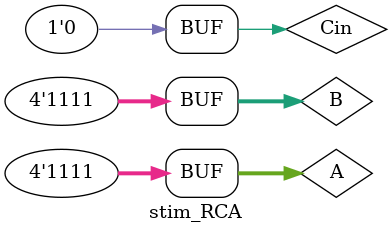
<source format=v>
module SUM (S, A, B, Cin);
	output S;
	input A, B, Cin;
	// Behavioral Code
	assign S = A^B^Cin;
	
endmodule

module CARRY (Cout, A, B, Cin);
	output Cout;
	input A, B, Cin;
	// Behavioral Code
	assign Cout = (A&B) | (B&Cin) | (A&Cin);
endmodule

module FA1 (Sum, Cout, A, B, Cin);
	output Sum, Cout;
	input A, B, Cin;	
	// Structural Code
	SUM s1 (.S(Sum), .A(A), .B(B), .Cin(Cin));
	CARRY c1 (.Cout(Cout), .A(A), .B(B), .Cin(Cin));
endmodule

module RCA (Cout, S, A, B,Cin);
	output Cout;
	output [3:0] S;
	input [3:0] A, B;
	input Cin;
	wire [2:0] C;   //Intermediate/Internal Carries
	// FA1 ;   //FA1's Interface (I/O Pins)
	FA1 fa0 (S[0], C[0], A[0], B[0], Cin);
	FA1 fa1 (S[1], C[1], A[1], B[1], C[0]);
	FA1 fa2 (S[2], C[2], A[2], B[2], C[1]);
	FA1 fa3 (S[3], Cout, A[3], B[3], C[2]);
endmodule

module stim_RCA();	//test bench
reg [3:0]A,B;	//4 bits inputs 
reg Cin;
wire Cout;	//1 bits output
wire [3:0]S;	//4 bits outputs 
RCA r(Cout, S, A, B,Cin);
initial
	begin
	$monitor("A=%d		 B=%d	Cin=%d	Sum=%d		Cout=%d",A,B,Cin,S,Cout); 
	A=4'b0000;B=4'b0000;Cin=1'b0; 
	#10 
	A=4'b0010;B=4'b0010;Cin=1'b0; 
	#10
	A=4'b0010;B=4'b0100;Cin=1'b0; 
	#10
	A=4'b0110;B=4'b1010; Cin=1'b0; 
	#10
	A=4'b1111;B=4'b1111;Cin=1'b0; 
	end 
endmodule





</source>
